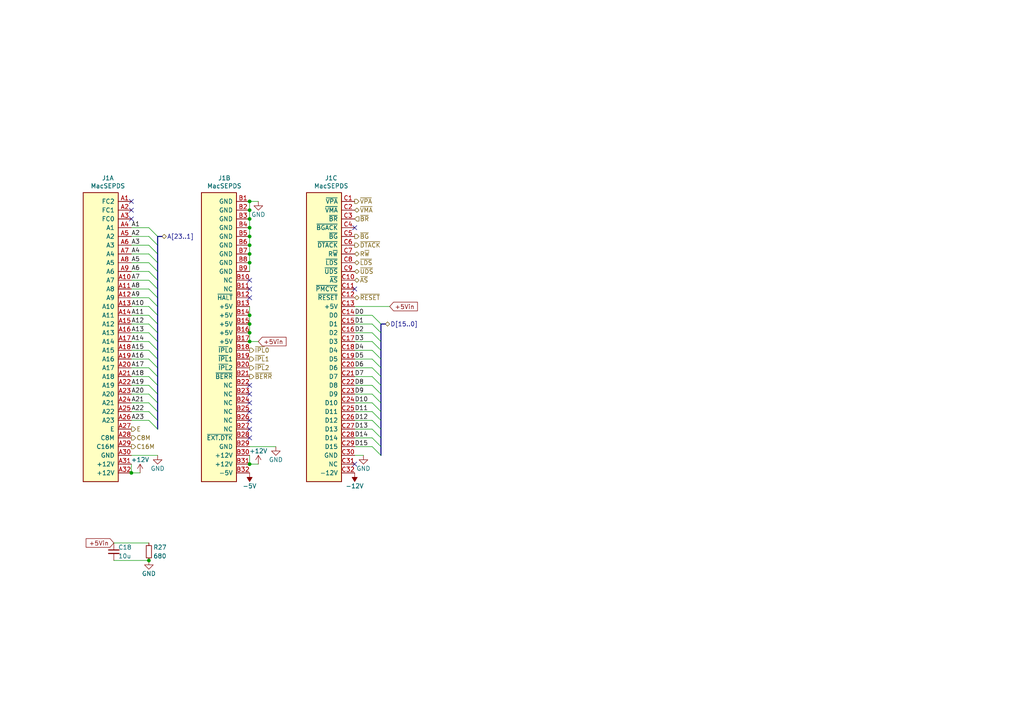
<source format=kicad_sch>
(kicad_sch (version 20231120) (generator "eeschema") (generator_version "8.0")
  (paper "A4")
  (title_block (title "WarpSE (GW4410A)") (date "2024-04-23") (rev "1.0") (company "Garrett's Workshop"))
  (lib_symbols
    (symbol "Device:C_Small" (pin_numbers hide) (pin_names (offset 0.254) hide)
      (property "Reference" "C" (at 0.254 1.778 0))
      (property "Value" "C_Small" (at 0.254 -2.032 0))
      (symbol "C_Small_0_1"
        (polyline (pts (xy -1.524 -0.508) (xy 1.524 -0.508)) (stroke (width 0.3302)))
        (polyline (pts (xy -1.524 0.508) (xy 1.524 0.508)) (stroke (width 0.3048)))
      )
      (symbol "C_Small_1_1"
        (pin passive line (at 0 2.54 270) (length 2.032) (name "~") (number "1"))
        (pin passive line (at 0 -2.54 90) (length 2.032) (name "~") (number "2"))
      )
    )
    (symbol "Device:R_Small" (pin_numbers hide) (pin_names (offset 0.254) hide)
      (property "Reference" "R" (at 0.762 0.508 0))
      (property "Value" "R_Small" (at 0.762 -1.016 0))
      (symbol "R_Small_0_1"
        (rectangle (start -0.762 1.778) (end 0.762 -1.778) (stroke (width 0.2032)))
      )
      (symbol "R_Small_1_1"
        (pin passive line (at 0 2.54 270) (length 0.762) (name "~") (number "1"))
        (pin passive line (at 0 -2.54 90) (length 0.762) (name "~") (number "2"))
      )
    )
    (symbol "GW_Connector:MacSEPDS" (pin_names (offset 1.016))
      (property "Reference" "J" (at 0 45.72 0))
      (property "Value" "MacSEPDS" (at 0 -40.64 0))
      (symbol "MacSEPDS_0_1"
        (rectangle (start 0 44.45) (end -10.16 -39.37) (stroke (width 0.254)) (fill (type background)))
      )
      (symbol "MacSEPDS_1_1"
        (pin unspecified line (at 3.81 41.91 180) (length 3.81) (name "FC2") (number "A1"))
        (pin unspecified line (at 3.81 19.05 180) (length 3.81) (name "A7") (number "A10"))
        (pin unspecified line (at 3.81 16.51 180) (length 3.81) (name "A8") (number "A11"))
        (pin unspecified line (at 3.81 13.97 180) (length 3.81) (name "A9") (number "A12"))
        (pin unspecified line (at 3.81 11.43 180) (length 3.81) (name "A10") (number "A13"))
        (pin unspecified line (at 3.81 8.89 180) (length 3.81) (name "A11") (number "A14"))
        (pin unspecified line (at 3.81 6.35 180) (length 3.81) (name "A12") (number "A15"))
        (pin unspecified line (at 3.81 3.81 180) (length 3.81) (name "A13") (number "A16"))
        (pin unspecified line (at 3.81 1.27 180) (length 3.81) (name "A14") (number "A17"))
        (pin unspecified line (at 3.81 -1.27 180) (length 3.81) (name "A15") (number "A18"))
        (pin unspecified line (at 3.81 -3.81 180) (length 3.81) (name "A16") (number "A19"))
        (pin unspecified line (at 3.81 39.37 180) (length 3.81) (name "FC1") (number "A2"))
        (pin unspecified line (at 3.81 -6.35 180) (length 3.81) (name "A17") (number "A20"))
        (pin unspecified line (at 3.81 -8.89 180) (length 3.81) (name "A18") (number "A21"))
        (pin unspecified line (at 3.81 -11.43 180) (length 3.81) (name "A19") (number "A22"))
        (pin unspecified line (at 3.81 -13.97 180) (length 3.81) (name "A20") (number "A23"))
        (pin unspecified line (at 3.81 -16.51 180) (length 3.81) (name "A21") (number "A24"))
        (pin unspecified line (at 3.81 -19.05 180) (length 3.81) (name "A22") (number "A25"))
        (pin unspecified line (at 3.81 -21.59 180) (length 3.81) (name "A23") (number "A26"))
        (pin unspecified line (at 3.81 -24.13 180) (length 3.81) (name "E") (number "A27"))
        (pin unspecified line (at 3.81 -26.67 180) (length 3.81) (name "C8M") (number "A28"))
        (pin unspecified line (at 3.81 -29.21 180) (length 3.81) (name "C16M") (number "A29"))
        (pin unspecified line (at 3.81 36.83 180) (length 3.81) (name "FC0") (number "A3"))
        (pin unspecified line (at 3.81 -31.75 180) (length 3.81) (name "GND") (number "A30"))
        (pin unspecified line (at 3.81 -34.29 180) (length 3.81) (name "+12V") (number "A31"))
        (pin unspecified line (at 3.81 -36.83 180) (length 3.81) (name "+12V") (number "A32"))
        (pin unspecified line (at 3.81 34.29 180) (length 3.81) (name "A1") (number "A4"))
        (pin unspecified line (at 3.81 31.75 180) (length 3.81) (name "A2") (number "A5"))
        (pin unspecified line (at 3.81 29.21 180) (length 3.81) (name "A3") (number "A6"))
        (pin unspecified line (at 3.81 26.67 180) (length 3.81) (name "A4") (number "A7"))
        (pin unspecified line (at 3.81 24.13 180) (length 3.81) (name "A5") (number "A8"))
        (pin unspecified line (at 3.81 21.59 180) (length 3.81) (name "A6") (number "A9"))
      )
      (symbol "MacSEPDS_2_1"
        (pin unspecified line (at 3.81 41.91 180) (length 3.81) (name "GND") (number "B1"))
        (pin unspecified line (at 3.81 19.05 180) (length 3.81) (name "NC") (number "B10"))
        (pin unspecified line (at 3.81 16.51 180) (length 3.81) (name "NC") (number "B11"))
        (pin unspecified line (at 3.81 13.97 180) (length 3.81) (name "~{HALT}") (number "B12"))
        (pin unspecified line (at 3.81 11.43 180) (length 3.81) (name "+5V") (number "B13"))
        (pin unspecified line (at 3.81 8.89 180) (length 3.81) (name "+5V") (number "B14"))
        (pin unspecified line (at 3.81 6.35 180) (length 3.81) (name "+5V") (number "B15"))
        (pin unspecified line (at 3.81 3.81 180) (length 3.81) (name "+5V") (number "B16"))
        (pin unspecified line (at 3.81 1.27 180) (length 3.81) (name "+5V") (number "B17"))
        (pin unspecified line (at 3.81 -1.27 180) (length 3.81) (name "~{IPL}0") (number "B18"))
        (pin unspecified line (at 3.81 -3.81 180) (length 3.81) (name "~{IPL}1") (number "B19"))
        (pin unspecified line (at 3.81 39.37 180) (length 3.81) (name "GND") (number "B2"))
        (pin unspecified line (at 3.81 -6.35 180) (length 3.81) (name "~{IPL}2") (number "B20"))
        (pin unspecified line (at 3.81 -8.89 180) (length 3.81) (name "~{BERR}") (number "B21"))
        (pin unspecified line (at 3.81 -11.43 180) (length 3.81) (name "NC") (number "B22"))
        (pin unspecified line (at 3.81 -13.97 180) (length 3.81) (name "NC") (number "B23"))
        (pin unspecified line (at 3.81 -16.51 180) (length 3.81) (name "NC") (number "B24"))
        (pin unspecified line (at 3.81 -19.05 180) (length 3.81) (name "NC") (number "B25"))
        (pin unspecified line (at 3.81 -21.59 180) (length 3.81) (name "NC") (number "B26"))
        (pin unspecified line (at 3.81 -24.13 180) (length 3.81) (name "NC") (number "B27"))
        (pin unspecified line (at 3.81 -26.67 180) (length 3.81) (name "~{EXT.DTK}") (number "B28"))
        (pin unspecified line (at 3.81 -29.21 180) (length 3.81) (name "GND") (number "B29"))
        (pin unspecified line (at 3.81 36.83 180) (length 3.81) (name "GND") (number "B3"))
        (pin unspecified line (at 3.81 -31.75 180) (length 3.81) (name "+12V") (number "B30"))
        (pin unspecified line (at 3.81 -34.29 180) (length 3.81) (name "+12V") (number "B31"))
        (pin unspecified line (at 3.81 -36.83 180) (length 3.81) (name "-5V") (number "B32"))
        (pin unspecified line (at 3.81 34.29 180) (length 3.81) (name "GND") (number "B4"))
        (pin unspecified line (at 3.81 31.75 180) (length 3.81) (name "GND") (number "B5"))
        (pin unspecified line (at 3.81 29.21 180) (length 3.81) (name "GND") (number "B6"))
        (pin unspecified line (at 3.81 26.67 180) (length 3.81) (name "GND") (number "B7"))
        (pin unspecified line (at 3.81 24.13 180) (length 3.81) (name "GND") (number "B8"))
        (pin unspecified line (at 3.81 21.59 180) (length 3.81) (name "GND") (number "B9"))
      )
      (symbol "MacSEPDS_3_1"
        (pin unspecified line (at 3.81 41.91 180) (length 3.81) (name "~{VPA}") (number "C1"))
        (pin unspecified line (at 3.81 19.05 180) (length 3.81) (name "~{AS}") (number "C10"))
        (pin unspecified line (at 3.81 16.51 180) (length 3.81) (name "~{PMCYC}") (number "C11"))
        (pin unspecified line (at 3.81 13.97 180) (length 3.81) (name "~{RESET}") (number "C12"))
        (pin unspecified line (at 3.81 11.43 180) (length 3.81) (name "+5V") (number "C13"))
        (pin unspecified line (at 3.81 8.89 180) (length 3.81) (name "D0") (number "C14"))
        (pin unspecified line (at 3.81 6.35 180) (length 3.81) (name "D1") (number "C15"))
        (pin unspecified line (at 3.81 3.81 180) (length 3.81) (name "D2") (number "C16"))
        (pin unspecified line (at 3.81 1.27 180) (length 3.81) (name "D3") (number "C17"))
        (pin unspecified line (at 3.81 -1.27 180) (length 3.81) (name "D4") (number "C18"))
        (pin unspecified line (at 3.81 -3.81 180) (length 3.81) (name "D5") (number "C19"))
        (pin unspecified line (at 3.81 39.37 180) (length 3.81) (name "~{VMA}") (number "C2"))
        (pin unspecified line (at 3.81 -6.35 180) (length 3.81) (name "D6") (number "C20"))
        (pin unspecified line (at 3.81 -8.89 180) (length 3.81) (name "D7") (number "C21"))
        (pin unspecified line (at 3.81 -11.43 180) (length 3.81) (name "D8") (number "C22"))
        (pin unspecified line (at 3.81 -13.97 180) (length 3.81) (name "D9") (number "C23"))
        (pin unspecified line (at 3.81 -16.51 180) (length 3.81) (name "D10") (number "C24"))
        (pin unspecified line (at 3.81 -19.05 180) (length 3.81) (name "D11") (number "C25"))
        (pin unspecified line (at 3.81 -21.59 180) (length 3.81) (name "D12") (number "C26"))
        (pin unspecified line (at 3.81 -24.13 180) (length 3.81) (name "D13") (number "C27"))
        (pin unspecified line (at 3.81 -26.67 180) (length 3.81) (name "D14") (number "C28"))
        (pin unspecified line (at 3.81 -29.21 180) (length 3.81) (name "D15") (number "C29"))
        (pin unspecified line (at 3.81 36.83 180) (length 3.81) (name "~{BR}") (number "C3"))
        (pin unspecified line (at 3.81 -31.75 180) (length 3.81) (name "GND") (number "C30"))
        (pin unspecified line (at 3.81 -34.29 180) (length 3.81) (name "NC") (number "C31"))
        (pin unspecified line (at 3.81 -36.83 180) (length 3.81) (name "-12V") (number "C32"))
        (pin unspecified line (at 3.81 34.29 180) (length 3.81) (name "~{BGACK}") (number "C4"))
        (pin unspecified line (at 3.81 31.75 180) (length 3.81) (name "~{BG}") (number "C5"))
        (pin unspecified line (at 3.81 29.21 180) (length 3.81) (name "~{DTACK}") (number "C6"))
        (pin unspecified line (at 3.81 26.67 180) (length 3.81) (name "R~{W}") (number "C7"))
        (pin unspecified line (at 3.81 24.13 180) (length 3.81) (name "~{LDS}") (number "C8"))
        (pin unspecified line (at 3.81 21.59 180) (length 3.81) (name "~{UDS}") (number "C9"))
      )
    )
    (symbol "power:+12V" (power) (pin_names (offset 0))
      (property "Value" "+12V" (at 0 3.556 0))
      (symbol "+12V_0_1"
        (polyline (pts (xy -0.762 1.27) (xy 0 2.54)))
        (polyline (pts (xy 0 0) (xy 0 2.54)))
        (polyline (pts (xy 0 2.54) (xy 0.762 1.27)))
      )
      (symbol "+12V_1_1"
        (pin power_in line (at 0 0 90) (length 0) hide (name "+12V") (number "1"))
      )
    )
    (symbol "power:-12V" (power) (pin_names (offset 0))
      (property "Value" "-12V" (at 0 3.81 0))
      (symbol "-12V_0_0"
        (pin power_in line (at 0 0 90) (length 0) hide (name "-12V") (number "1"))
      )
      (symbol "-12V_0_1"
        (polyline (pts (xy 0 0) (xy 0 1.27) (xy 0.762 1.27) (xy 0 2.54) (xy -0.762 1.27) (xy 0 1.27)) (fill (type outline)))
      )
    )
    (symbol "power:-5V" (power) (pin_names (offset 0))
      (property "Value" "-5V" (at 0 3.81 0))
      (symbol "-5V_0_0"
        (pin power_in line (at 0 0 90) (length 0) hide (name "-5V") (number "1"))
      )
      (symbol "-5V_0_1"
        (polyline (pts (xy 0 0) (xy 0 1.27) (xy 0.762 1.27) (xy 0 2.54) (xy -0.762 1.27) (xy 0 1.27)) (fill (type outline)))
      )
    )
    (symbol "power:GND" (power) (pin_names (offset 0))
      (property "Value" "GND" (at 0 -3.81 0))
      (symbol "GND_0_1"
        (polyline (pts (xy 0 0) (xy 0 -1.27) (xy 1.27 -1.27) (xy 0 -2.54) (xy -1.27 -1.27) (xy 0 -1.27)))
      )
      (symbol "GND_1_1"
        (pin power_in line (at 0 0 270) (length 0) hide (name "GND") (number "1"))
      )
    )
  )
  (junction (at 72.39 91.44))
  (junction (at 72.39 58.42))
  (junction (at 72.39 60.96))
  (junction (at 72.39 68.58))
  (junction (at 72.39 99.06))
  (junction (at 72.39 134.62))
  (junction (at 43.18 162.56))
  (junction (at 72.39 93.98))
  (junction (at 72.39 66.04))
  (junction (at 38.1 137.16))
  (junction (at 72.39 63.5))
  (junction (at 72.39 71.12))
  (junction (at 72.39 73.66))
  (junction (at 72.39 96.52))
  (junction (at 72.39 76.2))
  (no_connect (at 72.39 83.82))
  (no_connect (at 102.87 66.04))
  (no_connect (at 72.39 81.28))
  (no_connect (at 72.39 121.92))
  (no_connect (at 72.39 116.84))
  (no_connect (at 38.1 60.96))
  (no_connect (at 72.39 119.38))
  (no_connect (at 38.1 63.5))
  (no_connect (at 72.39 86.36))
  (no_connect (at 72.39 124.46))
  (no_connect (at 38.1 58.42))
  (no_connect (at 102.87 134.62))
  (no_connect (at 72.39 127))
  (no_connect (at 72.39 111.76))
  (no_connect (at 72.39 114.3))
  (no_connect (at 102.87 83.82))
  (bus_entry (at 43.18 73.66) (size 2.54 2.54))
  (bus_entry (at 107.95 121.92) (size 2.54 2.54))
  (bus_entry (at 107.95 91.44) (size 2.54 2.54))
  (bus_entry (at 107.95 119.38) (size 2.54 2.54))
  (bus_entry (at 107.95 114.3) (size 2.54 2.54))
  (bus_entry (at 43.18 68.58) (size 2.54 2.54))
  (bus_entry (at 43.18 99.06) (size 2.54 2.54))
  (bus_entry (at 107.95 111.76) (size 2.54 2.54))
  (bus_entry (at 107.95 129.54) (size 2.54 2.54))
  (bus_entry (at 43.18 76.2) (size 2.54 2.54))
  (bus_entry (at 43.18 111.76) (size 2.54 2.54))
  (bus_entry (at 43.18 83.82) (size 2.54 2.54))
  (bus_entry (at 43.18 121.92) (size 2.54 2.54))
  (bus_entry (at 107.95 127) (size 2.54 2.54))
  (bus_entry (at 43.18 78.74) (size 2.54 2.54))
  (bus_entry (at 43.18 66.04) (size 2.54 2.54))
  (bus_entry (at 43.18 91.44) (size 2.54 2.54))
  (bus_entry (at 107.95 101.6) (size 2.54 2.54))
  (bus_entry (at 43.18 114.3) (size 2.54 2.54))
  (bus_entry (at 43.18 81.28) (size 2.54 2.54))
  (bus_entry (at 43.18 71.12) (size 2.54 2.54))
  (bus_entry (at 107.95 99.06) (size 2.54 2.54))
  (bus_entry (at 107.95 93.98) (size 2.54 2.54))
  (bus_entry (at 43.18 116.84) (size 2.54 2.54))
  (bus_entry (at 107.95 106.68) (size 2.54 2.54))
  (bus_entry (at 43.18 101.6) (size 2.54 2.54))
  (bus_entry (at 43.18 104.14) (size 2.54 2.54))
  (bus_entry (at 43.18 109.22) (size 2.54 2.54))
  (bus_entry (at 107.95 96.52) (size 2.54 2.54))
  (bus_entry (at 43.18 93.98) (size 2.54 2.54))
  (bus_entry (at 107.95 109.22) (size 2.54 2.54))
  (bus_entry (at 107.95 124.46) (size 2.54 2.54))
  (bus_entry (at 43.18 86.36) (size 2.54 2.54))
  (bus_entry (at 107.95 116.84) (size 2.54 2.54))
  (bus_entry (at 43.18 96.52) (size 2.54 2.54))
  (bus_entry (at 107.95 104.14) (size 2.54 2.54))
  (bus_entry (at 43.18 119.38) (size 2.54 2.54))
  (bus_entry (at 43.18 106.68) (size 2.54 2.54))
  (bus_entry (at 43.18 88.9) (size 2.54 2.54))
  (wire (pts (xy 72.39 68.58) (xy 72.39 66.04)))
  (wire (pts (xy 38.1 109.22) (xy 43.18 109.22)))
  (bus (pts (xy 45.72 68.58) (xy 45.72 71.12)))
  (wire (pts (xy 102.87 116.84) (xy 107.95 116.84)))
  (bus (pts (xy 110.49 109.22) (xy 110.49 111.76)))
  (wire (pts (xy 40.64 137.16) (xy 38.1 137.16)))
  (bus (pts (xy 110.49 106.68) (xy 110.49 109.22)))
  (wire (pts (xy 102.87 99.06) (xy 107.95 99.06)))
  (bus (pts (xy 45.72 86.36) (xy 45.72 88.9)))
  (bus (pts (xy 45.72 121.92) (xy 45.72 124.46)))
  (wire (pts (xy 72.39 93.98) (xy 72.39 96.52)))
  (bus (pts (xy 45.72 111.76) (xy 45.72 114.3)))
  (bus (pts (xy 110.49 129.54) (xy 110.49 132.08)))
  (bus (pts (xy 45.72 71.12) (xy 45.72 73.66)))
  (wire (pts (xy 38.1 78.74) (xy 43.18 78.74)))
  (wire (pts (xy 72.39 66.04) (xy 72.39 63.5)))
  (bus (pts (xy 110.49 111.76) (xy 110.49 114.3)))
  (bus (pts (xy 45.72 76.2) (xy 45.72 78.74)))
  (wire (pts (xy 102.87 106.68) (xy 107.95 106.68)))
  (wire (pts (xy 72.39 60.96) (xy 72.39 58.42)))
  (wire (pts (xy 102.87 91.44) (xy 107.95 91.44)))
  (bus (pts (xy 110.49 114.3) (xy 110.49 116.84)))
  (wire (pts (xy 38.1 106.68) (xy 43.18 106.68)))
  (bus (pts (xy 45.72 73.66) (xy 45.72 76.2)))
  (bus (pts (xy 45.72 114.3) (xy 45.72 116.84)))
  (bus (pts (xy 45.72 109.22) (xy 45.72 111.76)))
  (wire (pts (xy 33.02 157.48) (xy 43.18 157.48)))
  (wire (pts (xy 38.1 73.66) (xy 43.18 73.66)))
  (bus (pts (xy 45.72 96.52) (xy 45.72 99.06)))
  (wire (pts (xy 102.87 109.22) (xy 107.95 109.22)))
  (wire (pts (xy 102.87 93.98) (xy 107.95 93.98)))
  (bus (pts (xy 45.72 78.74) (xy 45.72 81.28)))
  (wire (pts (xy 38.1 114.3) (xy 43.18 114.3)))
  (wire (pts (xy 102.87 111.76) (xy 107.95 111.76)))
  (bus (pts (xy 45.72 101.6) (xy 45.72 104.14)))
  (wire (pts (xy 38.1 101.6) (xy 43.18 101.6)))
  (bus (pts (xy 45.72 68.58) (xy 46.99 68.58)))
  (wire (pts (xy 72.39 71.12) (xy 72.39 68.58)))
  (wire (pts (xy 38.1 66.04) (xy 43.18 66.04)))
  (wire (pts (xy 38.1 121.92) (xy 43.18 121.92)))
  (wire (pts (xy 38.1 76.2) (xy 43.18 76.2)))
  (wire (pts (xy 45.72 132.08) (xy 38.1 132.08)))
  (bus (pts (xy 110.49 96.52) (xy 110.49 99.06)))
  (wire (pts (xy 72.39 78.74) (xy 72.39 76.2)))
  (wire (pts (xy 72.39 63.5) (xy 72.39 60.96)))
  (bus (pts (xy 110.49 99.06) (xy 110.49 101.6)))
  (bus (pts (xy 45.72 99.06) (xy 45.72 101.6)))
  (bus (pts (xy 45.72 119.38) (xy 45.72 121.92)))
  (wire (pts (xy 102.87 88.9) (xy 113.03 88.9)))
  (wire (pts (xy 102.87 132.08) (xy 105.41 132.08)))
  (wire (pts (xy 102.87 124.46) (xy 107.95 124.46)))
  (wire (pts (xy 102.87 96.52) (xy 107.95 96.52)))
  (bus (pts (xy 110.49 119.38) (xy 110.49 121.92)))
  (wire (pts (xy 38.1 119.38) (xy 43.18 119.38)))
  (bus (pts (xy 110.49 127) (xy 110.49 129.54)))
  (wire (pts (xy 102.87 114.3) (xy 107.95 114.3)))
  (wire (pts (xy 102.87 101.6) (xy 107.95 101.6)))
  (bus (pts (xy 45.72 83.82) (xy 45.72 86.36)))
  (bus (pts (xy 110.49 104.14) (xy 110.49 106.68)))
  (wire (pts (xy 33.02 162.56) (xy 43.18 162.56)))
  (wire (pts (xy 102.87 129.54) (xy 107.95 129.54)))
  (wire (pts (xy 72.39 132.08) (xy 72.39 134.62)))
  (wire (pts (xy 38.1 91.44) (xy 43.18 91.44)))
  (bus (pts (xy 45.72 93.98) (xy 45.72 96.52)))
  (wire (pts (xy 102.87 127) (xy 107.95 127)))
  (bus (pts (xy 110.49 124.46) (xy 110.49 127)))
  (wire (pts (xy 72.39 91.44) (xy 72.39 93.98)))
  (wire (pts (xy 38.1 116.84) (xy 43.18 116.84)))
  (wire (pts (xy 102.87 119.38) (xy 107.95 119.38)))
  (wire (pts (xy 38.1 81.28) (xy 43.18 81.28)))
  (wire (pts (xy 72.39 76.2) (xy 72.39 73.66)))
  (bus (pts (xy 45.72 88.9) (xy 45.72 91.44)))
  (bus (pts (xy 110.49 93.98) (xy 111.76 93.98)))
  (wire (pts (xy 38.1 104.14) (xy 43.18 104.14)))
  (wire (pts (xy 38.1 96.52) (xy 43.18 96.52)))
  (wire (pts (xy 38.1 111.76) (xy 43.18 111.76)))
  (bus (pts (xy 110.49 93.98) (xy 110.49 96.52)))
  (wire (pts (xy 72.39 73.66) (xy 72.39 71.12)))
  (bus (pts (xy 45.72 104.14) (xy 45.72 106.68)))
  (wire (pts (xy 74.93 58.42) (xy 72.39 58.42)))
  (wire (pts (xy 38.1 86.36) (xy 43.18 86.36)))
  (bus (pts (xy 45.72 81.28) (xy 45.72 83.82)))
  (wire (pts (xy 38.1 68.58) (xy 43.18 68.58)))
  (wire (pts (xy 102.87 121.92) (xy 107.95 121.92)))
  (wire (pts (xy 80.01 129.54) (xy 72.39 129.54)))
  (bus (pts (xy 110.49 101.6) (xy 110.49 104.14)))
  (wire (pts (xy 72.39 96.52) (xy 72.39 99.06)))
  (wire (pts (xy 38.1 83.82) (xy 43.18 83.82)))
  (wire (pts (xy 38.1 93.98) (xy 43.18 93.98)))
  (bus (pts (xy 110.49 116.84) (xy 110.49 119.38)))
  (wire (pts (xy 72.39 88.9) (xy 72.39 91.44)))
  (bus (pts (xy 45.72 106.68) (xy 45.72 109.22)))
  (wire (pts (xy 102.87 104.14) (xy 107.95 104.14)))
  (wire (pts (xy 38.1 71.12) (xy 43.18 71.12)))
  (bus (pts (xy 45.72 91.44) (xy 45.72 93.98)))
  (bus (pts (xy 45.72 116.84) (xy 45.72 119.38)))
  (wire (pts (xy 74.93 99.06) (xy 72.39 99.06)))
  (wire (pts (xy 74.93 134.62) (xy 72.39 134.62)))
  (wire (pts (xy 38.1 88.9) (xy 43.18 88.9)))
  (bus (pts (xy 110.49 121.92) (xy 110.49 124.46)))
  (wire (pts (xy 38.1 137.16) (xy 38.1 134.62)))
  (wire (pts (xy 38.1 99.06) (xy 43.18 99.06)))
  (label "A21" (at 38.1 116.84 0))
  (label "A3" (at 38.1 71.12 0))
  (label "D12" (at 102.87 121.92 0))
  (label "A11" (at 38.1 91.44 0))
  (label "D7" (at 102.87 109.22 0))
  (label "A15" (at 38.1 101.6 0))
  (label "A20" (at 38.1 114.3 0))
  (label "A16" (at 38.1 104.14 0))
  (label "D9" (at 102.87 114.3 0))
  (label "A23" (at 38.1 121.92 0))
  (label "A18" (at 38.1 109.22 0))
  (label "A7" (at 38.1 81.28 0))
  (label "D2" (at 102.87 96.52 0))
  (label "A4" (at 38.1 73.66 0))
  (label "A8" (at 38.1 83.82 0))
  (label "A22" (at 38.1 119.38 0))
  (label "D6" (at 102.87 106.68 0))
  (label "A17" (at 38.1 106.68 0))
  (label "D5" (at 102.87 104.14 0))
  (label "A14" (at 38.1 99.06 0))
  (label "D1" (at 102.87 93.98 0))
  (label "D15" (at 102.87 129.54 0))
  (label "A5" (at 38.1 76.2 0))
  (label "D0" (at 102.87 91.44 0))
  (label "A6" (at 38.1 78.74 0))
  (label "A10" (at 38.1 88.9 0))
  (label "D14" (at 102.87 127 0))
  (label "A9" (at 38.1 86.36 0))
  (label "D8" (at 102.87 111.76 0))
  (label "A13" (at 38.1 96.52 0))
  (label "D3" (at 102.87 99.06 0))
  (label "D4" (at 102.87 101.6 0))
  (label "D10" (at 102.87 116.84 0))
  (label "A1" (at 38.1 66.04 0))
  (label "A12" (at 38.1 93.98 0))
  (label "D13" (at 102.87 124.46 0))
  (label "A19" (at 38.1 111.76 0))
  (label "D11" (at 102.87 119.38 0))
  (label "A2" (at 38.1 68.58 0))
  (global_label "+5Vin" (shape input) (at 74.93 99.06 0) (property "Intersheetrefs" "${INTERSHEET_REFS}" (effects (hide yes))))
  (global_label "+5Vin" (shape input) (at 113.03 88.9 0) (property "Intersheetrefs" "${INTERSHEET_REFS}" (effects (hide yes))))
  (global_label "+5Vin" (shape input) (at 33.02 157.48 180) (property "Intersheetrefs" "${INTERSHEET_REFS}" (effects (hide yes))))
  (hierarchical_label "E" (shape output) (at 38.1 124.46 0))
  (hierarchical_label "~{IPL}2" (shape output) (at 72.39 106.68 0))
  (hierarchical_label "C8M" (shape output) (at 38.1 127 0))
  (hierarchical_label "R~{W}" (shape bidirectional) (at 102.87 73.66 0))
  (hierarchical_label "~{AS}" (shape bidirectional) (at 102.87 81.28 0))
  (hierarchical_label "~{VMA}" (shape bidirectional) (at 102.87 60.96 0))
  (hierarchical_label "~{IPL}1" (shape output) (at 72.39 104.14 0))
  (hierarchical_label "~{UDS}" (shape bidirectional) (at 102.87 78.74 0))
  (hierarchical_label "~{RESET}" (shape bidirectional) (at 102.87 86.36 0))
  (hierarchical_label "A[23..1]" (shape bidirectional) (at 46.99 68.58 0))
  (hierarchical_label "C16M" (shape output) (at 38.1 129.54 0))
  (hierarchical_label "D[15..0]" (shape bidirectional) (at 111.76 93.98 0))
  (hierarchical_label "~{BERR}" (shape output) (at 72.39 109.22 0))
  (hierarchical_label "~{IPL}0" (shape output) (at 72.39 101.6 0))
  (hierarchical_label "~{DTACK}" (shape output) (at 102.87 71.12 0))
  (hierarchical_label "~{VPA}" (shape output) (at 102.87 58.42 0))
  (hierarchical_label "~{LDS}" (shape bidirectional) (at 102.87 76.2 0))
  (hierarchical_label "~{BG}" (shape output) (at 102.87 68.58 0))
  (hierarchical_label "~{BR}" (shape input) (at 102.87 63.5 0))
  (symbol (lib_id "GW_Connector:MacSEPDS") (at 34.29 100.33 0) (unit 1)
    (property "Reference" "J1" (at 31.2928 51.6382 0))
    (property "Value" "MacSEPDS" (at 31.2928 53.9496 0))
    (property "Footprint" "stdpads:DIN41612_R_3x32_Male_Vertical_THT" (effects (hide yes)))
  )
  (symbol (lib_id "GW_Connector:MacSEPDS") (at 68.58 100.33 0) (unit 2)
    (property "Reference" "J1" (at 65.0748 51.6382 0))
    (property "Value" "MacSEPDS" (at 65.0748 53.9496 0))
    (property "Footprint" "stdpads:DIN41612_R_3x32_Male_Vertical_THT" (effects (hide yes)))
  )
  (symbol (lib_id "GW_Connector:MacSEPDS") (at 99.06 100.33 0) (unit 3)
    (property "Reference" "J1" (at 96.0628 51.6382 0))
    (property "Value" "MacSEPDS" (at 96.0628 53.9496 0))
    (property "Footprint" "stdpads:DIN41612_R_3x32_Male_Vertical_THT" (effects (hide yes)))
  )
  (symbol (lib_id "power:GND") (at 74.93 58.42 0) (unit 1)
    (property "Reference" "#PWR0144" (effects (hide yes)))
    (property "Value" "GND" (at 74.93 62.23 0))
  )
  (symbol (lib_id "power:GND") (at 105.41 132.08 0) (unit 1)
    (property "Reference" "#PWR0146" (effects (hide yes)))
    (property "Value" "GND" (at 105.41 135.89 0))
  )
  (symbol (lib_id "power:GND") (at 45.72 132.08 0) (unit 1)
    (property "Reference" "#PWR0147" (effects (hide yes)))
    (property "Value" "GND" (at 45.72 135.89 0))
  )
  (symbol (lib_id "power:GND") (at 80.01 129.54 0) (unit 1)
    (property "Reference" "#PWR0149" (effects (hide yes)))
    (property "Value" "GND" (at 80.01 133.35 0))
  )
  (symbol (lib_id "Device:C_Small") (at 33.02 160.02 0) (unit 1)
    (property "Reference" "C18" (at 34.29 158.75 0) (effects (justify left)))
    (property "Value" "10u" (at 34.29 161.29 0) (effects (justify left)))
    (property "Footprint" "stdpads:C_0805" (effects (hide yes)))
    (property "LCSC Part" "C15850" (effects (hide yes)))
  )
  (symbol (lib_id "power:GND") (at 43.18 162.56 0) (mirror y) (unit 1)
    (property "Reference" "#PWR0153" (effects (hide yes)))
    (property "Value" "GND" (at 43.18 166.37 0))
  )
  (symbol (lib_id "power:-5V") (at 72.39 137.16 180) (unit 1)
    (property "Reference" "#PWR0109" (effects (hide yes)))
    (property "Value" "-5V" (at 72.39 140.97 0))
  )
  (symbol (lib_id "power:+12V") (at 40.64 137.16 0) (unit 1)
    (property "Reference" "#PWR0110" (effects (hide yes)))
    (property "Value" "+12V" (at 40.64 133.35 0))
  )
  (symbol (lib_id "power:+12V") (at 74.93 134.62 0) (unit 1)
    (property "Reference" "#PWR0111" (effects (hide yes)))
    (property "Value" "+12V" (at 74.93 130.81 0))
  )
  (symbol (lib_id "power:-12V") (at 102.87 137.16 180) (unit 1)
    (property "Reference" "#PWR0112" (effects (hide yes)))
    (property "Value" "-12V" (at 102.87 140.97 0))
  )
  (symbol (lib_id "Device:R_Small") (at 43.18 160.02 0) (unit 1)
    (property "Reference" "R27" (at 44.45 158.75 0) (effects (justify left)))
    (property "Value" "680" (at 44.45 161.29 0) (effects (justify left)))
    (property "Footprint" "stdpads:R_0805" (effects (hide yes)))
    (property "Description" "Resistor, small symbol" (effects (hide yes)))
  )
)
</source>
